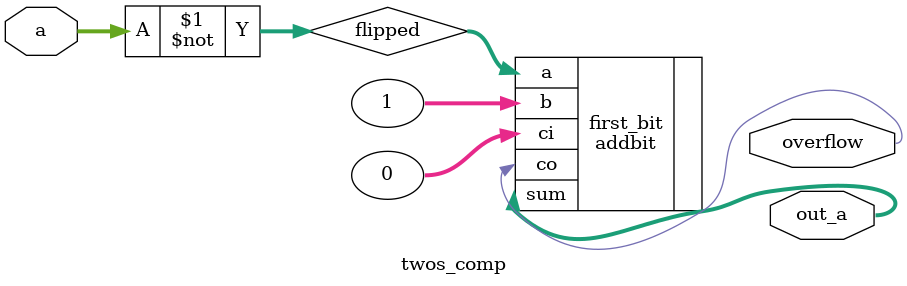
<source format=v>
`timescale 1ns / 1ps

module twos_comp(
  input wire[15:0] a,
  output wire[15:0] out_a,
  output wire overflow
  );
  wire [15:0] flipped;
  assign flipped = ~a;
  addbit first_bit(
    .a(flipped),
    .b(1),
    .ci(0),
    .sum(out_a),
    .co(overflow)
    );
	 
endmodule
</source>
